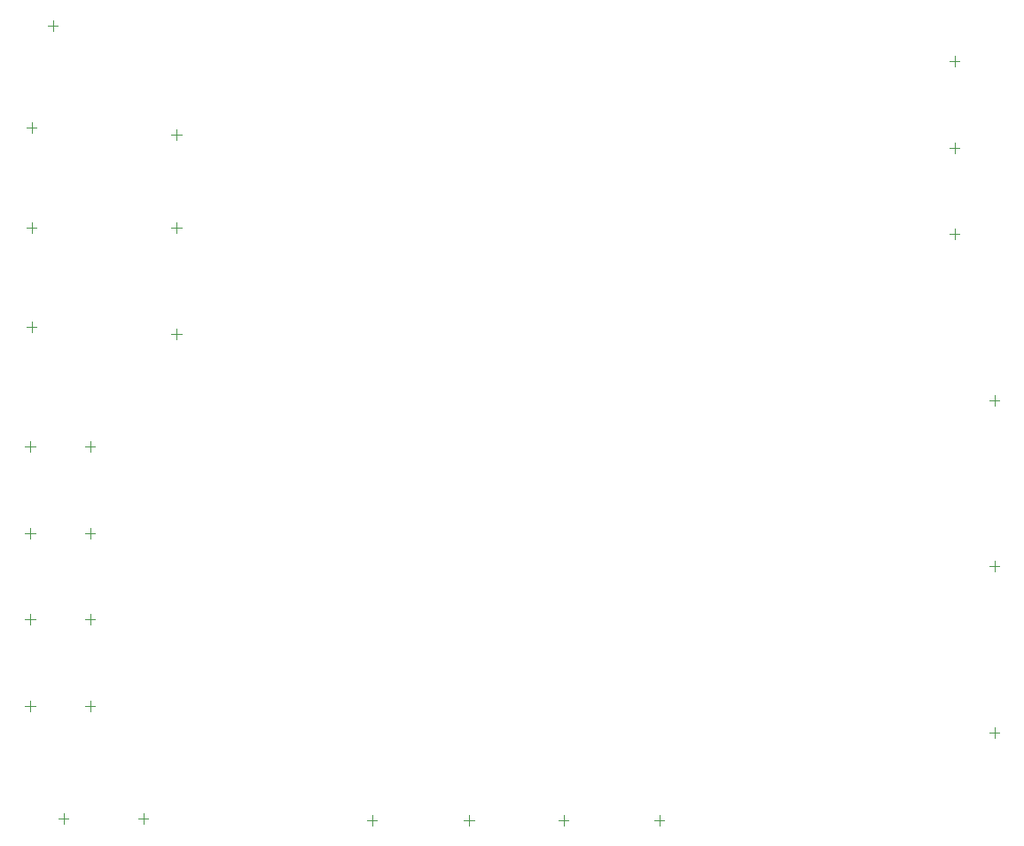
<source format=gbr>
%TF.GenerationSoftware,Altium Limited,Altium Designer,19.1.7 (138)*%
G04 Layer_Color=0*
%FSLAX26Y26*%
%MOIN*%
%TF.FileFunction,Other,Top_Component_Center*%
%TF.Part,Single*%
G01*
G75*
%TA.AperFunction,NonConductor*%
%ADD49C,0.003937*%
D49*
X3280000Y1250315D02*
Y1289685D01*
X3260315Y1270000D02*
X3299685D01*
X2560118Y1250315D02*
Y1289685D01*
X2540433Y1270000D02*
X2579803D01*
X2925000Y1250315D02*
Y1289685D01*
X2905315Y1270000D02*
X2944685D01*
X3640000Y1250315D02*
Y1289685D01*
X3620315Y1270000D02*
X3659685D01*
X4900000Y2205315D02*
Y2244685D01*
X4880315Y2225000D02*
X4919685D01*
X4900000Y1580315D02*
Y1619685D01*
X4880315Y1600000D02*
X4919685D01*
X4880315Y2850000D02*
X4919685D01*
X4900000Y2830315D02*
Y2869685D01*
X1500000Y2655315D02*
Y2694685D01*
X1480315Y2675000D02*
X1519685D01*
X1360000Y4240315D02*
Y4279685D01*
X1340315Y4260000D02*
X1379685D01*
X1275000Y2655315D02*
Y2694685D01*
X1255315Y2675000D02*
X1294685D01*
X4730315Y4125000D02*
X4769685D01*
X4750000Y4105315D02*
Y4144685D01*
X4730315Y3800000D02*
X4769685D01*
X4750000Y3780315D02*
Y3819685D01*
X4730315Y3475000D02*
X4769685D01*
X4750000Y3455315D02*
Y3494685D01*
X1500000Y1680315D02*
Y1719685D01*
X1480315Y1700000D02*
X1519685D01*
X1275000Y1680315D02*
Y1719685D01*
X1255315Y1700000D02*
X1294685D01*
X1280000Y3855315D02*
Y3894685D01*
X1260315Y3875000D02*
X1299685D01*
X1280000Y3480315D02*
Y3519685D01*
X1260315Y3500000D02*
X1299685D01*
X1280000Y3105315D02*
Y3144685D01*
X1260315Y3125000D02*
X1299685D01*
X1275000Y2330315D02*
Y2369685D01*
X1255315Y2350000D02*
X1294685D01*
X1275000Y2005315D02*
Y2044685D01*
X1255315Y2025000D02*
X1294685D01*
X1805315Y3850000D02*
X1844685D01*
X1825000Y3830315D02*
Y3869685D01*
X1805315Y3100000D02*
X1844685D01*
X1825000Y3080315D02*
Y3119685D01*
X1805315Y3500000D02*
X1844685D01*
X1825000Y3480315D02*
Y3519685D01*
X1380315Y1275000D02*
X1419685D01*
X1400000Y1255315D02*
Y1294685D01*
X1680315Y1275000D02*
X1719685D01*
X1700000Y1255315D02*
Y1294685D01*
X1500000Y2005315D02*
Y2044685D01*
X1480315Y2025000D02*
X1519685D01*
X1500000Y2330315D02*
Y2369685D01*
X1480315Y2350000D02*
X1519685D01*
%TF.MD5,ab38170866b40800494963765ed9eecf*%
M02*

</source>
